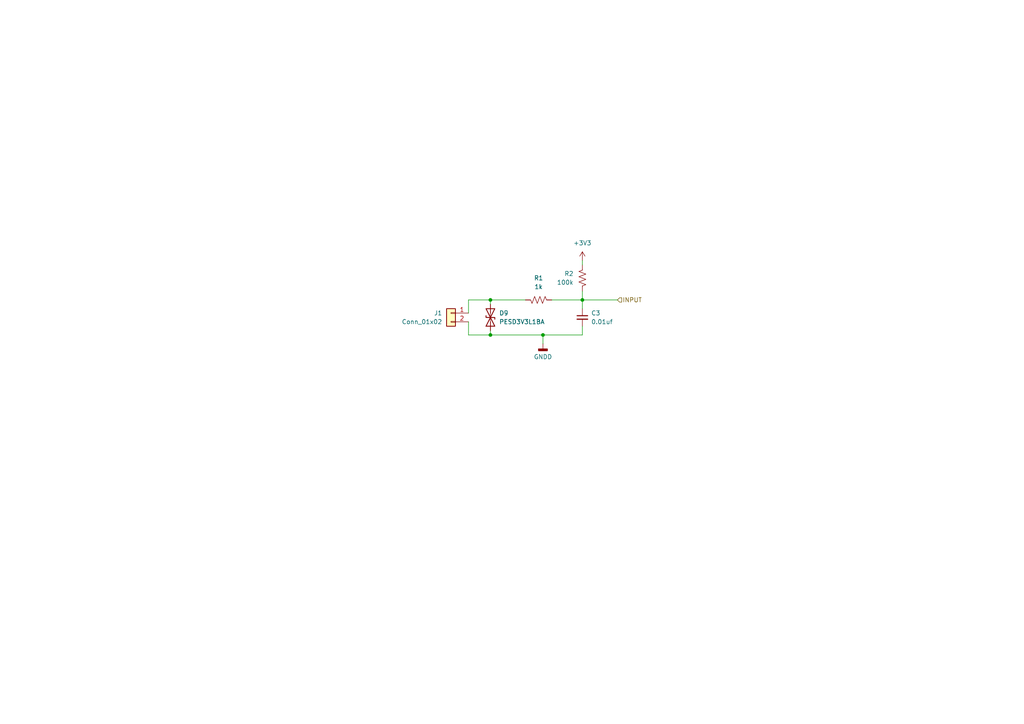
<source format=kicad_sch>
(kicad_sch (version 20230121) (generator eeschema)
  (paper "A4")
  (lib_symbols
    (symbol "Connector_Generic:Conn_01x02" (pin_names (offset 1.016) hide)
      (property "Reference" "J" (at 0 2.54 0))
      (property "Value" "Conn_01x02" (at 0 -5.08 0))
      (symbol "Conn_01x02_1_1"
        (rectangle (start -1.27 -2.413) (end 0 -2.667) (stroke (width 0.1524)))
        (rectangle (start -1.27 0.127) (end 0 -0.127) (stroke (width 0.1524)))
        (rectangle (start -1.27 1.27) (end 1.27 -3.81) (stroke (width 0.254)) (fill (type background)))
        (pin passive line (at -5.08 0 0) (length 3.81) (name "Pin_1") (number "1"))
        (pin passive line (at -5.08 -2.54 0) (length 3.81) (name "Pin_2") (number "2"))
      )
    )
    (symbol "Device:C_Small" (pin_numbers hide) (pin_names (offset 0.254) hide)
      (property "Reference" "C" (at 0.254 1.778 0))
      (property "Value" "C_Small" (at 0.254 -2.032 0))
      (symbol "C_Small_0_1"
        (polyline (pts (xy -1.524 -0.508) (xy 1.524 -0.508)) (stroke (width 0.3302)))
        (polyline (pts (xy -1.524 0.508) (xy 1.524 0.508)) (stroke (width 0.3048)))
      )
      (symbol "C_Small_1_1"
        (pin passive line (at 0 2.54 270) (length 2.032) (name "~") (number "1"))
        (pin passive line (at 0 -2.54 90) (length 2.032) (name "~") (number "2"))
      )
    )
    (symbol "Device:D_TVS" (pin_numbers hide) (pin_names (offset 1.016) hide)
      (property "Reference" "D" (at 0 2.54 0))
      (property "Value" "D_TVS" (at 0 -2.54 0))
      (symbol "D_TVS_0_1"
        (polyline (pts (xy 1.27 0) (xy -1.27 0)))
        (polyline (pts (xy 0.508 1.27) (xy 0 1.27) (xy 0 -1.27) (xy -0.508 -1.27)) (stroke (width 0.254)))
        (polyline (pts (xy -2.54 1.27) (xy -2.54 -1.27) (xy 2.54 1.27) (xy 2.54 -1.27) (xy -2.54 1.27)) (stroke (width 0.254)))
      )
      (symbol "D_TVS_1_1"
        (pin passive line (at -3.81 0 0) (length 2.54) (name "A1") (number "1"))
        (pin passive line (at 3.81 0 180) (length 2.54) (name "A2") (number "2"))
      )
    )
    (symbol "Device:R_US" (pin_numbers hide) (pin_names (offset 0))
      (property "Reference" "R" (at 2.54 0 90))
      (property "Value" "R_US" (at -2.54 0 90))
      (symbol "R_US_0_1"
        (polyline (pts (xy 0 -2.286) (xy 0 -2.54)))
        (polyline (pts (xy 0 2.286) (xy 0 2.54)))
        (polyline (pts (xy 0 -0.762) (xy 1.016 -1.143) (xy 0 -1.524) (xy -1.016 -1.905) (xy 0 -2.286)))
        (polyline (pts (xy 0 0.762) (xy 1.016 0.381) (xy 0 0) (xy -1.016 -0.381) (xy 0 -0.762)))
        (polyline (pts (xy 0 2.286) (xy 1.016 1.905) (xy 0 1.524) (xy -1.016 1.143) (xy 0 0.762)))
      )
      (symbol "R_US_1_1"
        (pin passive line (at 0 3.81 270) (length 1.27) (name "~") (number "1"))
        (pin passive line (at 0 -3.81 90) (length 1.27) (name "~") (number "2"))
      )
    )
    (symbol "power:+3V3" (power) (pin_names (offset 0))
      (property "Value" "+3V3" (at 0 3.556 0))
      (symbol "+3V3_0_1"
        (polyline (pts (xy -0.762 1.27) (xy 0 2.54)))
        (polyline (pts (xy 0 0) (xy 0 2.54)))
        (polyline (pts (xy 0 2.54) (xy 0.762 1.27)))
      )
      (symbol "+3V3_1_1"
        (pin power_in line (at 0 0 90) (length 0) hide (name "+3V3") (number "1"))
      )
    )
    (symbol "power:GNDD" (power) (pin_names (offset 0))
      (property "Value" "GNDD" (at 0 -3.175 0))
      (symbol "GNDD_0_1"
        (rectangle (start -1.27 -1.524) (end 1.27 -2.032) (stroke (width 0.254)) (fill (type outline)))
        (polyline (pts (xy 0 0) (xy 0 -1.524)))
      )
      (symbol "GNDD_1_1"
        (pin power_in line (at 0 0 270) (length 0) hide (name "GNDD") (number "1"))
      )
    )
  )
  (junction (at 142.24 86.995))
  (junction (at 168.91 86.995))
  (junction (at 142.24 97.155))
  (junction (at 157.48 97.155))
  (wire (pts (xy 142.24 97.155) (xy 157.48 97.155)))
  (wire (pts (xy 157.48 97.155) (xy 168.91 97.155)))
  (wire (pts (xy 135.89 86.995) (xy 135.89 90.805)))
  (wire (pts (xy 135.89 97.155) (xy 135.89 93.345)))
  (wire (pts (xy 168.91 97.155) (xy 168.91 94.615)))
  (wire (pts (xy 135.89 86.995) (xy 142.24 86.995)))
  (wire (pts (xy 142.24 86.995) (xy 152.4 86.995)))
  (wire (pts (xy 135.89 97.155) (xy 142.24 97.155)))
  (wire (pts (xy 160.02 86.995) (xy 168.91 86.995)))
  (wire (pts (xy 179.07 86.995) (xy 168.91 86.995)))
  (wire (pts (xy 157.48 99.695) (xy 157.48 97.155)))
  (wire (pts (xy 142.24 86.995) (xy 142.24 88.265)))
  (wire (pts (xy 168.91 86.995) (xy 168.91 89.535)))
  (wire (pts (xy 168.91 75.565) (xy 168.91 76.835)))
  (wire (pts (xy 142.24 97.155) (xy 142.24 95.885)))
  (wire (pts (xy 168.91 84.455) (xy 168.91 86.995)))
  (hierarchical_label "INPUT" (shape input) (at 179.07 86.995 0))
  (symbol (lib_id "power:GNDD") (at 157.48 99.695 0) (mirror y) (unit 1)
    (property "Reference" "#PWR03" (effects hide))
    (property "Value" "GNDD" (at 157.48 103.505 0))
    (instances (project "rgb-input" (path "" (reference "#PWR03") (unit 1)) (path "" (reference "#PWR08") (unit 1)) (path "" (reference "#PWR013") (unit 1)) (path "" (reference "#PWR015") (unit 1)) (path "" (reference "#PWR017") (unit 1)) (path "" (reference "#PWR019") (unit 1)) (path "" (reference "#PWR021") (unit 1)) (path "" (reference "#PWR023") (unit 1)) (path "" (reference "#PWR025") (unit 1)) (path "" (reference "#PWR050") (unit 1)) (path "" (reference "#PWR048") (unit 1)) (path "" (reference "#PWR046") (unit 1)) (path "" (reference "#PWR044") (unit 1)) (path "" (reference "#PWR052") (unit 1)) (path "" (reference "#PWR067") (unit 1)) (path "" (reference "#PWR065") (unit 1))))
  )
  (symbol (lib_id "Connector_Generic:Conn_01x02") (at 130.81 90.805 0) (mirror y) (unit 1)
    (property "Reference" "J1" (at 128.27 90.805 0) (effects (justify left)))
    (property "Value" "Conn_01x02" (at 128.27 93.345 0) (effects (justify left)))
    (property "Footprint" "Connector_JST:JST_PH_B2B-PH-K_1x02_P2.00mm_Vertical" (effects hide))
    (instances (project "rgb-input" (path "" (reference "J1") (unit 1)) (path "" (reference "J2") (unit 1)) (path "" (reference "J3") (unit 1)) (path "" (reference "J4") (unit 1)) (path "" (reference "J5") (unit 1)) (path "" (reference "J6") (unit 1)) (path "" (reference "J7") (unit 1)) (path "" (reference "J8") (unit 1)) (path "" (reference "J9") (unit 1)) (path "" (reference "J24") (unit 1)) (path "" (reference "J23") (unit 1)) (path "" (reference "J22") (unit 1)) (path "" (reference "J21") (unit 1)) (path "" (reference "J25") (unit 1)) (path "" (reference "J29") (unit 1)) (path "" (reference "J28") (unit 1))))
  )
  (symbol (lib_id "Device:R_US") (at 168.91 80.645 0) (mirror y) (unit 1)
    (property "Reference" "R2" (at 166.37 79.375 0) (effects (justify left)))
    (property "Value" "100k" (at 166.37 81.915 0) (effects (justify left)))
    (property "Footprint" "Resistor_SMD:R_0805_2012Metric" (effects hide))
    (instances (project "rgb-input" (path "" (reference "R2") (unit 1)) (path "" (reference "R4") (unit 1)) (path "" (reference "R6") (unit 1)) (path "" (reference "R8") (unit 1)) (path "" (reference "R10") (unit 1)) (path "" (reference "R12") (unit 1)) (path "" (reference "R14") (unit 1)) (path "" (reference "R16") (unit 1)) (path "" (reference "R18") (unit 1)) (path "" (reference "R36") (unit 1)) (path "" (reference "R32") (unit 1)) (path "" (reference "R30") (unit 1)) (path "" (reference "R28") (unit 1)) (path "" (reference "R44") (unit 1)) (path "" (reference "R52") (unit 1)) (path "" (reference "R50") (unit 1))))
  )
  (symbol (lib_id "Device:R_US") (at 156.21 86.995 90) (mirror x) (unit 1)
    (property "Reference" "R1" (at 156.21 80.645 90))
    (property "Value" "1k" (at 156.21 83.185 90))
    (property "Footprint" "Resistor_SMD:R_0805_2012Metric" (effects hide))
    (instances (project "rgb-input" (path "" (reference "R1") (unit 1)) (path "" (reference "R3") (unit 1)) (path "" (reference "R5") (unit 1)) (path "" (reference "R7") (unit 1)) (path "" (reference "R9") (unit 1)) (path "" (reference "R11") (unit 1)) (path "" (reference "R13") (unit 1)) (path "" (reference "R15") (unit 1)) (path "" (reference "R17") (unit 1)) (path "" (reference "R35") (unit 1)) (path "" (reference "R31") (unit 1)) (path "" (reference "R29") (unit 1)) (path "" (reference "R27") (unit 1)) (path "" (reference "R43") (unit 1)) (path "" (reference "R51") (unit 1)) (path "" (reference "R49") (unit 1))))
  )
  (symbol (lib_id "Device:C_Small") (at 168.91 92.075 0) (unit 1)
    (property "Reference" "C3" (at 171.45 90.8113 0) (effects (justify left)))
    (property "Value" "0.01uf" (at 171.45 93.3513 0) (effects (justify left)))
    (property "Footprint" "Capacitor_SMD:C_0805_2012Metric" (effects hide))
    (instances (project "rgb-input" (path "" (reference "C3") (unit 1)) (path "" (reference "C4") (unit 1)) (path "" (reference "C5") (unit 1)) (path "" (reference "C6") (unit 1)) (path "" (reference "C7") (unit 1)) (path "" (reference "C8") (unit 1)) (path "" (reference "C9") (unit 1)) (path "" (reference "C10") (unit 1)) (path "" (reference "C11") (unit 1)) (path "" (reference "C23") (unit 1)) (path "" (reference "C22") (unit 1)) (path "" (reference "C21") (unit 1)) (path "" (reference "C20") (unit 1)) (path "" (reference "C24") (unit 1)) (path "" (reference "C49") (unit 1)) (path "" (reference "C48") (unit 1))))
  )
  (symbol (lib_id "power:+3V3") (at 168.91 75.565 0) (mirror y) (unit 1)
    (property "Reference" "#PWR01" (effects hide))
    (property "Value" "+3V3" (at 168.91 70.485 0))
    (instances (project "rgb-input" (path "" (reference "#PWR01") (unit 1)) (path "" (reference "#PWR012") (unit 1)) (path "" (reference "#PWR014") (unit 1)) (path "" (reference "#PWR016") (unit 1)) (path "" (reference "#PWR018") (unit 1)) (path "" (reference "#PWR020") (unit 1)) (path "" (reference "#PWR022") (unit 1)) (path "" (reference "#PWR024") (unit 1)) (path "" (reference "#PWR026") (unit 1)) (path "" (reference "#PWR051") (unit 1)) (path "" (reference "#PWR049") (unit 1)) (path "" (reference "#PWR047") (unit 1)) (path "" (reference "#PWR045") (unit 1)) (path "" (reference "#PWR053") (unit 1)) (path "" (reference "#PWR068") (unit 1)) (path "" (reference "#PWR066") (unit 1))))
  )
  (symbol (lib_id "Device:D_TVS") (at 142.24 92.075 90) (unit 1)
    (property "Reference" "D9" (at 144.78 90.805 90) (effects (justify right)))
    (property "Value" "PESD3V3L1BA" (at 144.78 93.345 90) (effects (justify right)))
    (property "Footprint" "Diode_SMD:D_SOD-323" (effects hide))
    (instances (project "rgb-input" (path "" (reference "D9") (unit 1)) (path "" (reference "D34") (unit 1)) (path "" (reference "D35") (unit 1)) (path "" (reference "D23") (unit 1)) (path "" (reference "D19") (unit 1)) (path "" (reference "D20") (unit 1)) (path "" (reference "D21") (unit 1)) (path "" (reference "D22") (unit 1)) (path "" (reference "D10") (unit 1)) (path "" (reference "D29") (unit 1)) (path "" (reference "D8") (unit 1)) (path "" (reference "D7") (unit 1)) (path "" (reference "D6") (unit 1)) (path "" (reference "D5") (unit 1)) (path "" (reference "D4") (unit 1)) (path "" (reference "D3") (unit 1)) (path "" (reference "D2") (unit 1))))
  )
)
</source>
